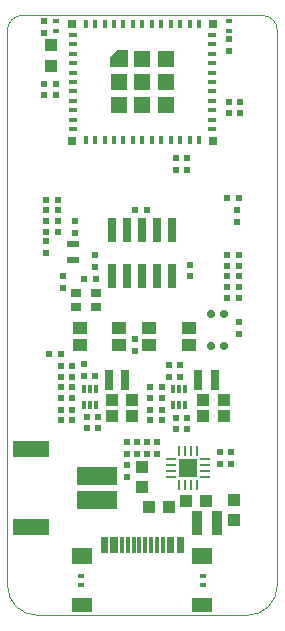
<source format=gtp>
G04*
G04 #@! TF.GenerationSoftware,Altium Limited,Altium Designer,25.0.1 (26)*
G04*
G04 Layer_Color=8421504*
%FSLAX25Y25*%
%MOIN*%
G70*
G04*
G04 #@! TF.SameCoordinates,5D196012-D927-4492-92D9-CD159FF3DA83*
G04*
G04*
G04 #@! TF.FilePolarity,Positive*
G04*
G01*
G75*
%ADD14C,0.00394*%
%ADD17R,0.07087X0.04724*%
%ADD18R,0.07087X0.05709*%
%ADD19R,0.01181X0.05709*%
%ADD20R,0.03543X0.03150*%
%ADD21R,0.04331X0.02362*%
%ADD22R,0.12205X0.05512*%
%ADD23R,0.13386X0.05906*%
%ADD24R,0.04528X0.04134*%
%ADD25R,0.03347X0.07874*%
%ADD26R,0.02756X0.06693*%
%ADD27R,0.01378X0.02953*%
%ADD28R,0.02362X0.01968*%
%ADD29O,0.00984X0.03347*%
%ADD30O,0.03347X0.00984*%
%ADD31R,0.06496X0.06496*%
%ADD32C,0.02756*%
%ADD33R,0.02362X0.01575*%
%ADD34R,0.02953X0.08268*%
%ADD35R,0.02756X0.02756*%
%ADD36R,0.03150X0.01575*%
%ADD37R,0.01575X0.03150*%
%ADD38R,0.05709X0.05709*%
%ADD39R,0.03937X0.04331*%
%ADD40R,0.01968X0.02362*%
%ADD41R,0.04331X0.03937*%
G36*
X40079Y182697D02*
X34370D01*
Y186043D01*
X36732Y188406D01*
X40079D01*
Y182697D01*
D02*
G37*
D14*
X90000Y195000D02*
G03*
X85000Y200000I-5000J0D01*
G01*
X80000Y-0D02*
G03*
X90000Y10000I0J10000D01*
G01*
X5000Y200000D02*
G03*
X0Y195000I0J-5000D01*
G01*
X-0Y10000D02*
G03*
X10000Y0I10000J0D01*
G01*
X-0Y195000D02*
X0Y10000D01*
X5000Y200000D02*
X85000Y200000D01*
X90000Y10000D02*
X90000Y195000D01*
X10000Y0D02*
X80000Y0D01*
D17*
X64961Y3396D02*
D03*
X25039D02*
D03*
D18*
Y19852D02*
D03*
X64961D02*
D03*
D19*
X31713Y23455D02*
D03*
X32894Y23455D02*
D03*
X57106Y23455D02*
D03*
X58287Y23455D02*
D03*
X55039Y23455D02*
D03*
X53858Y23455D02*
D03*
X51890D02*
D03*
X49921D02*
D03*
X47953Y23455D02*
D03*
X45984D02*
D03*
X44016D02*
D03*
X42047D02*
D03*
X40079Y23455D02*
D03*
X38110D02*
D03*
X36142Y23455D02*
D03*
X34961Y23455D02*
D03*
D20*
X22972Y102697D02*
D03*
X29469Y107618D02*
D03*
X22972Y107618D02*
D03*
X29469Y102697D02*
D03*
D21*
X21890Y118347D02*
D03*
Y123858D02*
D03*
D22*
X7756Y55492D02*
D03*
Y29508D02*
D03*
D23*
X30000Y46437D02*
D03*
Y38563D02*
D03*
D24*
X24114Y95768D02*
D03*
Y90059D02*
D03*
X37303Y95768D02*
D03*
Y90059D02*
D03*
X47343Y95768D02*
D03*
Y90059D02*
D03*
X60532Y95768D02*
D03*
Y90059D02*
D03*
D25*
X69784Y30709D02*
D03*
X63287D02*
D03*
D26*
X39370Y78347D02*
D03*
X33858D02*
D03*
X69095D02*
D03*
X63583D02*
D03*
D27*
X25591Y70079D02*
D03*
X27559D02*
D03*
X29528D02*
D03*
Y75590D02*
D03*
X27559D02*
D03*
X25591D02*
D03*
X55315D02*
D03*
X57284D02*
D03*
X59252D02*
D03*
Y70079D02*
D03*
X57284D02*
D03*
X55315D02*
D03*
D28*
X42500Y88032D02*
D03*
Y91969D02*
D03*
X18504Y113098D02*
D03*
Y109161D02*
D03*
X22441Y131496D02*
D03*
Y127559D02*
D03*
X29134Y116142D02*
D03*
Y120079D02*
D03*
X12992Y124803D02*
D03*
Y120866D02*
D03*
X77165Y93701D02*
D03*
Y97638D02*
D03*
X76378Y131102D02*
D03*
Y135039D02*
D03*
X53937Y83465D02*
D03*
Y79528D02*
D03*
X25394Y79724D02*
D03*
Y83661D02*
D03*
X50000Y57874D02*
D03*
Y53937D02*
D03*
X39764Y57874D02*
D03*
Y53937D02*
D03*
X43307Y57874D02*
D03*
Y53937D02*
D03*
X70866Y50394D02*
D03*
Y54331D02*
D03*
X39764Y46063D02*
D03*
Y50000D02*
D03*
X46457Y53937D02*
D03*
Y57874D02*
D03*
X61024Y112992D02*
D03*
Y116929D02*
D03*
X12205Y194095D02*
D03*
Y198031D02*
D03*
X74000Y188031D02*
D03*
Y191969D02*
D03*
X57480Y83465D02*
D03*
Y79528D02*
D03*
X56299Y148425D02*
D03*
Y152362D02*
D03*
X59842Y148425D02*
D03*
Y152362D02*
D03*
X74410Y54331D02*
D03*
Y50394D02*
D03*
X74016Y171260D02*
D03*
Y167323D02*
D03*
X77559Y171260D02*
D03*
Y167323D02*
D03*
D29*
X57236Y43421D02*
D03*
X59205D02*
D03*
X61173D02*
D03*
X63142D02*
D03*
Y54642D02*
D03*
X61173D02*
D03*
X59205D02*
D03*
X57236D02*
D03*
D30*
X65799Y46079D02*
D03*
X65799Y48047D02*
D03*
Y50016D02*
D03*
Y51984D02*
D03*
X54579D02*
D03*
Y50016D02*
D03*
Y48047D02*
D03*
Y46079D02*
D03*
D31*
X60189Y49031D02*
D03*
D32*
X67736Y89917D02*
D03*
X72264Y100390D02*
D03*
X67736D02*
D03*
X72264Y89917D02*
D03*
D33*
X74016Y194882D02*
D03*
Y198031D02*
D03*
X24646Y13160D02*
D03*
Y10010D02*
D03*
X65354Y10010D02*
D03*
X65354Y13160D02*
D03*
X16142Y194882D02*
D03*
Y198031D02*
D03*
D34*
X35000Y113032D02*
D03*
X40000D02*
D03*
X45000D02*
D03*
X50000D02*
D03*
X55000D02*
D03*
Y128386D02*
D03*
X50000D02*
D03*
X45000D02*
D03*
X40000D02*
D03*
X35000D02*
D03*
D35*
X21575Y197264D02*
D03*
Y158287D02*
D03*
X68425Y197264D02*
D03*
Y158287D02*
D03*
D36*
X21772Y193524D02*
D03*
Y190374D02*
D03*
Y187224D02*
D03*
Y184075D02*
D03*
Y180925D02*
D03*
Y177776D02*
D03*
Y174626D02*
D03*
Y171476D02*
D03*
Y168327D02*
D03*
Y165177D02*
D03*
Y162028D02*
D03*
X68228D02*
D03*
Y165177D02*
D03*
Y168327D02*
D03*
Y171476D02*
D03*
Y174626D02*
D03*
Y177776D02*
D03*
Y180925D02*
D03*
Y184075D02*
D03*
Y187224D02*
D03*
Y190374D02*
D03*
Y193524D02*
D03*
D37*
X26102Y158484D02*
D03*
X29252D02*
D03*
X32402D02*
D03*
X35551D02*
D03*
X38701D02*
D03*
X41850D02*
D03*
X45000D02*
D03*
X48150D02*
D03*
X51299D02*
D03*
X54449D02*
D03*
X57598D02*
D03*
X60748D02*
D03*
X63898D02*
D03*
Y197067D02*
D03*
X60748D02*
D03*
X57598D02*
D03*
X54449D02*
D03*
X51299D02*
D03*
X48150D02*
D03*
X45000D02*
D03*
X41850D02*
D03*
X38701D02*
D03*
X35551D02*
D03*
X32402D02*
D03*
X29252D02*
D03*
X26102D02*
D03*
D38*
X45000Y177776D02*
D03*
Y185551D02*
D03*
X52776D02*
D03*
Y177776D02*
D03*
Y170000D02*
D03*
X45000D02*
D03*
X37224D02*
D03*
Y177776D02*
D03*
D39*
X44882Y42716D02*
D03*
X44882Y49409D02*
D03*
X14567Y183267D02*
D03*
X14567Y189960D02*
D03*
X75591Y31693D02*
D03*
X75591Y38385D02*
D03*
D40*
X16142Y173622D02*
D03*
X12205D02*
D03*
X29528Y112205D02*
D03*
X25591D02*
D03*
X73228Y109449D02*
D03*
X77165D02*
D03*
X73228Y112992D02*
D03*
X77165D02*
D03*
X12992Y131496D02*
D03*
X16929D02*
D03*
X12992Y127953D02*
D03*
X16929D02*
D03*
X77165Y138976D02*
D03*
X73228D02*
D03*
X17968Y87000D02*
D03*
X14031D02*
D03*
X73228Y105905D02*
D03*
X77165D02*
D03*
X73228Y116535D02*
D03*
X77165D02*
D03*
X73228Y120079D02*
D03*
X77165D02*
D03*
X60039Y65748D02*
D03*
X56102D02*
D03*
X60039Y62205D02*
D03*
X56102D02*
D03*
X30315Y66142D02*
D03*
X26378D02*
D03*
X30315Y62598D02*
D03*
X26378D02*
D03*
X21654Y83071D02*
D03*
X17717D02*
D03*
X47441Y75984D02*
D03*
X51378D02*
D03*
X47441Y68504D02*
D03*
X51378D02*
D03*
Y64961D02*
D03*
X47441D02*
D03*
X29331Y79724D02*
D03*
X25394D02*
D03*
X17717Y79528D02*
D03*
X21654D02*
D03*
X17717Y75984D02*
D03*
X21654D02*
D03*
Y68504D02*
D03*
X17717D02*
D03*
Y64961D02*
D03*
X21654D02*
D03*
X47441Y72441D02*
D03*
X51378D02*
D03*
X17717D02*
D03*
X21654D02*
D03*
X13032Y135000D02*
D03*
X16969D02*
D03*
X46457Y135039D02*
D03*
X42520D02*
D03*
X16969Y138500D02*
D03*
X13032D02*
D03*
X12205Y177165D02*
D03*
X16142D02*
D03*
D41*
X72048Y71654D02*
D03*
X65355Y71654D02*
D03*
X72048Y66536D02*
D03*
X65355Y66536D02*
D03*
X41536Y66536D02*
D03*
X34843Y66536D02*
D03*
X41536Y71654D02*
D03*
X34843Y71654D02*
D03*
X53741Y36221D02*
D03*
X47048D02*
D03*
X59645Y38189D02*
D03*
X66338D02*
D03*
M02*

</source>
